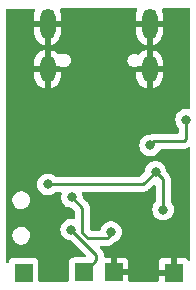
<source format=gbr>
%TF.GenerationSoftware,KiCad,Pcbnew,7.0.7*%
%TF.CreationDate,2023-09-27T10:33:14+01:00*%
%TF.ProjectId,tp4650+10a45,74703436-3530-42b3-9130-6134352e6b69,rev?*%
%TF.SameCoordinates,Original*%
%TF.FileFunction,Copper,L2,Bot*%
%TF.FilePolarity,Positive*%
%FSLAX46Y46*%
G04 Gerber Fmt 4.6, Leading zero omitted, Abs format (unit mm)*
G04 Created by KiCad (PCBNEW 7.0.7) date 2023-09-27 10:33:14*
%MOMM*%
%LPD*%
G01*
G04 APERTURE LIST*
%TA.AperFunction,ComponentPad*%
%ADD10R,1.500000X1.500000*%
%TD*%
%TA.AperFunction,ComponentPad*%
%ADD11O,1.300000X2.600000*%
%TD*%
%TA.AperFunction,ComponentPad*%
%ADD12O,1.300000X2.300000*%
%TD*%
%TA.AperFunction,ViaPad*%
%ADD13C,0.800000*%
%TD*%
%TA.AperFunction,Conductor*%
%ADD14C,0.250000*%
%TD*%
G04 APERTURE END LIST*
D10*
%TO.P,+,1,1*%
%TO.N,Net-(U1-V_OUT)*%
X131673600Y-97180400D03*
%TD*%
%TO.P,B+,1,1*%
%TO.N,Net-(SW1A-B)*%
X136753600Y-97155000D03*
%TD*%
%TO.P,-,1,1*%
%TO.N,GND*%
X144373600Y-97180400D03*
%TD*%
%TO.P,B-,1,1*%
%TO.N,GND*%
X139293600Y-97170240D03*
%TD*%
D11*
%TO.P,P1,S1,SHIELD*%
%TO.N,GND*%
X133703600Y-76116800D03*
D12*
X133703600Y-79941800D03*
D11*
X142343600Y-76116800D03*
D12*
X142343600Y-79941800D03*
%TD*%
D13*
%TO.N,Net-(SW1A-A)*%
X143484600Y-91846400D03*
X133731000Y-89712800D03*
X142849600Y-88646000D03*
%TO.N,GND*%
X134086600Y-94818200D03*
X136855200Y-83769200D03*
X132689600Y-84836000D03*
X142443200Y-84277200D03*
%TO.N,Net-(SW1A-B)*%
X135712200Y-93548200D03*
%TO.N,Net-(U2-~{CHRG})*%
X145440400Y-84226400D03*
X142392400Y-86410800D03*
%TO.N,Net-(SW1A-B)*%
X139090400Y-93751400D03*
X135763000Y-90792900D03*
%TD*%
D14*
%TO.N,Net-(SW1A-A)*%
X143484600Y-89281000D02*
X143484600Y-91846400D01*
X142849600Y-88646000D02*
X143484600Y-89281000D01*
X141782800Y-89712800D02*
X133731000Y-89712800D01*
X142849600Y-88646000D02*
X141782800Y-89712800D01*
%TO.N,Net-(SW1A-B)*%
X137838760Y-96095240D02*
X137838760Y-95674760D01*
X136753600Y-97180400D02*
X137838760Y-96095240D01*
X137838760Y-95674760D02*
X135712200Y-93548200D01*
%TO.N,Net-(U2-~{CHRG})*%
X145440400Y-85852000D02*
X145440400Y-84226400D01*
X142748000Y-86055200D02*
X145237200Y-86055200D01*
X142392400Y-86410800D02*
X142748000Y-86055200D01*
X145237200Y-86055200D02*
X145440400Y-85852000D01*
%TO.N,Net-(SW1A-B)*%
X136652000Y-91681900D02*
X136652000Y-93497400D01*
X139090400Y-93954600D02*
X139090400Y-93751400D01*
X136652000Y-93497400D02*
X136652000Y-93802200D01*
X137109200Y-94259400D02*
X138734800Y-94259400D01*
X135763000Y-90792900D02*
X136652000Y-91681900D01*
X138760200Y-94284800D02*
X139090400Y-93954600D01*
X136652000Y-93802200D02*
X137109200Y-94259400D01*
X138734800Y-94259400D02*
X138760200Y-94284800D01*
%TD*%
%TA.AperFunction,Conductor*%
%TO.N,GND*%
G36*
X145737775Y-74797791D02*
G01*
X145784443Y-74851295D01*
X145796000Y-74904010D01*
X145796000Y-83217591D01*
X145775998Y-83285712D01*
X145722342Y-83332205D01*
X145652068Y-83342309D01*
X145643803Y-83340838D01*
X145535887Y-83317900D01*
X145344913Y-83317900D01*
X145158111Y-83357606D01*
X144983647Y-83435282D01*
X144829144Y-83547535D01*
X144701365Y-83689448D01*
X144701358Y-83689458D01*
X144605876Y-83854838D01*
X144605873Y-83854845D01*
X144546857Y-84036472D01*
X144526896Y-84226399D01*
X144546857Y-84416327D01*
X144576926Y-84508870D01*
X144605873Y-84597956D01*
X144701360Y-84763344D01*
X144774537Y-84844615D01*
X144805253Y-84908620D01*
X144806900Y-84928924D01*
X144806900Y-85295700D01*
X144786898Y-85363821D01*
X144733242Y-85410314D01*
X144680900Y-85421700D01*
X142831849Y-85421700D01*
X142816010Y-85419951D01*
X142815983Y-85420245D01*
X142808091Y-85419499D01*
X142738060Y-85421700D01*
X142708144Y-85421700D01*
X142701172Y-85422579D01*
X142695265Y-85423044D01*
X142648110Y-85424526D01*
X142648105Y-85424527D01*
X142628660Y-85430177D01*
X142609302Y-85434186D01*
X142589210Y-85436724D01*
X142589202Y-85436726D01*
X142545336Y-85454093D01*
X142539721Y-85456016D01*
X142494407Y-85469182D01*
X142494402Y-85469184D01*
X142476963Y-85479497D01*
X142459222Y-85488188D01*
X142449090Y-85492200D01*
X142445938Y-85493448D01*
X142399547Y-85502300D01*
X142296913Y-85502300D01*
X142110111Y-85542006D01*
X141935647Y-85619682D01*
X141781144Y-85731935D01*
X141653365Y-85873848D01*
X141653358Y-85873858D01*
X141557876Y-86039238D01*
X141557873Y-86039245D01*
X141498857Y-86220872D01*
X141478896Y-86410800D01*
X141498857Y-86600727D01*
X141527005Y-86687354D01*
X141557873Y-86782356D01*
X141557876Y-86782361D01*
X141653358Y-86947741D01*
X141653365Y-86947751D01*
X141781144Y-87089664D01*
X141781147Y-87089666D01*
X141935648Y-87201918D01*
X142110112Y-87279594D01*
X142296913Y-87319300D01*
X142487887Y-87319300D01*
X142674688Y-87279594D01*
X142849152Y-87201918D01*
X143003653Y-87089666D01*
X143131440Y-86947744D01*
X143226927Y-86782356D01*
X143229069Y-86775761D01*
X143269145Y-86717156D01*
X143334542Y-86689521D01*
X143348902Y-86688700D01*
X145153347Y-86688700D01*
X145169188Y-86690449D01*
X145169216Y-86690156D01*
X145177102Y-86690900D01*
X145177109Y-86690902D01*
X145247158Y-86688700D01*
X145277056Y-86688700D01*
X145284018Y-86687819D01*
X145289919Y-86687354D01*
X145337089Y-86685873D01*
X145356547Y-86680219D01*
X145375894Y-86676213D01*
X145395997Y-86673674D01*
X145439879Y-86656299D01*
X145445474Y-86654383D01*
X145474016Y-86646091D01*
X145490791Y-86641219D01*
X145490795Y-86641217D01*
X145508226Y-86630908D01*
X145525980Y-86622209D01*
X145544817Y-86614752D01*
X145583001Y-86587008D01*
X145587939Y-86583765D01*
X145605865Y-86573164D01*
X145674683Y-86555707D01*
X145742013Y-86578227D01*
X145786480Y-86633573D01*
X145796000Y-86681620D01*
X145796000Y-96102363D01*
X145775998Y-96170484D01*
X145722342Y-96216977D01*
X145652068Y-96227081D01*
X145587488Y-96197587D01*
X145569132Y-96177873D01*
X145486502Y-96067494D01*
X145369565Y-95979955D01*
X145232693Y-95928905D01*
X145172197Y-95922400D01*
X144627600Y-95922400D01*
X144627600Y-96566366D01*
X144607598Y-96634487D01*
X144553942Y-96680980D01*
X144483669Y-96691083D01*
X144483668Y-96691083D01*
X144409368Y-96680400D01*
X144409363Y-96680400D01*
X144337837Y-96680400D01*
X144337831Y-96680400D01*
X144263532Y-96691083D01*
X144193258Y-96680980D01*
X144139602Y-96634487D01*
X144119600Y-96566366D01*
X144119600Y-95922400D01*
X143575002Y-95922400D01*
X143514506Y-95928905D01*
X143377635Y-95979955D01*
X143377634Y-95979955D01*
X143260695Y-96067495D01*
X143173155Y-96184434D01*
X143173155Y-96184435D01*
X143122105Y-96321306D01*
X143115600Y-96381802D01*
X143115600Y-96926400D01*
X143758756Y-96926400D01*
X143826877Y-96946402D01*
X143873370Y-97000058D01*
X143883474Y-97070332D01*
X143879653Y-97087896D01*
X143873600Y-97108511D01*
X143873600Y-97252288D01*
X143879653Y-97272904D01*
X143879652Y-97343900D01*
X143841267Y-97403626D01*
X143776686Y-97433118D01*
X143758756Y-97434400D01*
X143115600Y-97434400D01*
X143115600Y-97816400D01*
X143095598Y-97884521D01*
X143041942Y-97931014D01*
X142989600Y-97942400D01*
X140677600Y-97942400D01*
X140609479Y-97922398D01*
X140562986Y-97868742D01*
X140551600Y-97816400D01*
X140551600Y-97424240D01*
X139908444Y-97424240D01*
X139840323Y-97404238D01*
X139793830Y-97350582D01*
X139783726Y-97280308D01*
X139787547Y-97262744D01*
X139793600Y-97242128D01*
X139793600Y-97098351D01*
X139787547Y-97077736D01*
X139787548Y-97006740D01*
X139825933Y-96947014D01*
X139890514Y-96917522D01*
X139908444Y-96916240D01*
X140551600Y-96916240D01*
X140551600Y-96371649D01*
X140551599Y-96371642D01*
X140545094Y-96311146D01*
X140494044Y-96174275D01*
X140494044Y-96174274D01*
X140406504Y-96057335D01*
X140289565Y-95969795D01*
X140152693Y-95918745D01*
X140092197Y-95912240D01*
X139547600Y-95912240D01*
X139547600Y-96556206D01*
X139527598Y-96624327D01*
X139473942Y-96670820D01*
X139403669Y-96680923D01*
X139403668Y-96680923D01*
X139329368Y-96670240D01*
X139329363Y-96670240D01*
X139257837Y-96670240D01*
X139257831Y-96670240D01*
X139183532Y-96680923D01*
X139113258Y-96670820D01*
X139059602Y-96624327D01*
X139039600Y-96556206D01*
X139039600Y-95912240D01*
X138598260Y-95912240D01*
X138530139Y-95892238D01*
X138483646Y-95838582D01*
X138472260Y-95786240D01*
X138472260Y-95758613D01*
X138474009Y-95742771D01*
X138473716Y-95742744D01*
X138474460Y-95734858D01*
X138474462Y-95734851D01*
X138472260Y-95664802D01*
X138472260Y-95634904D01*
X138471379Y-95627938D01*
X138470915Y-95622042D01*
X138469433Y-95574871D01*
X138463782Y-95555424D01*
X138459772Y-95536060D01*
X138457234Y-95515963D01*
X138439857Y-95472074D01*
X138437943Y-95466483D01*
X138424778Y-95421167D01*
X138414466Y-95403730D01*
X138405770Y-95385981D01*
X138398312Y-95367143D01*
X138370572Y-95328963D01*
X138367324Y-95324018D01*
X138343302Y-95283398D01*
X138328974Y-95269070D01*
X138316144Y-95254049D01*
X138304232Y-95237653D01*
X138304229Y-95237651D01*
X138304229Y-95237650D01*
X138267867Y-95207568D01*
X138263486Y-95203582D01*
X138167899Y-95107995D01*
X138133873Y-95045683D01*
X138138938Y-94974868D01*
X138181485Y-94918032D01*
X138248005Y-94893221D01*
X138256994Y-94892900D01*
X138546633Y-94892900D01*
X138574210Y-94896824D01*
X138574224Y-94896741D01*
X138579537Y-94897582D01*
X138581783Y-94897902D01*
X138582055Y-94897981D01*
X138639480Y-94907075D01*
X138643338Y-94907811D01*
X138700109Y-94920502D01*
X138708334Y-94920243D01*
X138732016Y-94921732D01*
X138740143Y-94923020D01*
X138798032Y-94917546D01*
X138801962Y-94917299D01*
X138860089Y-94915473D01*
X138867989Y-94913177D01*
X138891289Y-94908732D01*
X138899492Y-94907957D01*
X138954224Y-94888252D01*
X138957935Y-94887045D01*
X139013793Y-94870818D01*
X139020883Y-94866624D01*
X139042337Y-94856529D01*
X139050089Y-94853739D01*
X139098183Y-94821052D01*
X139101512Y-94818940D01*
X139151562Y-94789342D01*
X139157385Y-94783518D01*
X139175658Y-94768401D01*
X139182471Y-94763772D01*
X139220946Y-94720129D01*
X139223606Y-94717296D01*
X139280288Y-94660614D01*
X139342598Y-94626590D01*
X139342938Y-94626517D01*
X139372688Y-94620194D01*
X139547152Y-94542518D01*
X139701653Y-94430266D01*
X139713604Y-94416993D01*
X139829434Y-94288351D01*
X139829435Y-94288349D01*
X139829440Y-94288344D01*
X139924927Y-94122956D01*
X139983942Y-93941328D01*
X140003904Y-93751400D01*
X139983942Y-93561472D01*
X139924927Y-93379844D01*
X139829440Y-93214456D01*
X139829438Y-93214454D01*
X139829434Y-93214448D01*
X139701655Y-93072535D01*
X139547152Y-92960282D01*
X139372688Y-92882606D01*
X139185887Y-92842900D01*
X138994913Y-92842900D01*
X138808111Y-92882606D01*
X138633647Y-92960282D01*
X138479144Y-93072535D01*
X138351365Y-93214448D01*
X138351358Y-93214458D01*
X138256036Y-93379561D01*
X138255873Y-93379844D01*
X138224641Y-93475967D01*
X138204213Y-93538837D01*
X138164139Y-93597442D01*
X138098743Y-93625079D01*
X138084380Y-93625900D01*
X137423795Y-93625900D01*
X137355674Y-93605898D01*
X137334700Y-93588995D01*
X137322405Y-93576700D01*
X137288379Y-93514388D01*
X137285500Y-93487605D01*
X137285500Y-91765753D01*
X137287249Y-91749911D01*
X137286956Y-91749884D01*
X137287702Y-91741991D01*
X137285500Y-91671928D01*
X137285500Y-91642050D01*
X137285500Y-91642044D01*
X137284620Y-91635082D01*
X137284156Y-91629193D01*
X137282674Y-91582011D01*
X137277017Y-91562542D01*
X137273012Y-91543198D01*
X137270474Y-91523103D01*
X137253100Y-91479222D01*
X137251181Y-91473616D01*
X137238018Y-91428307D01*
X137227706Y-91410870D01*
X137219010Y-91393121D01*
X137211552Y-91374283D01*
X137183812Y-91336103D01*
X137180564Y-91331158D01*
X137156542Y-91290538D01*
X137142214Y-91276210D01*
X137129384Y-91261189D01*
X137117472Y-91244793D01*
X137117469Y-91244791D01*
X137117469Y-91244790D01*
X137081113Y-91214713D01*
X137076721Y-91210717D01*
X136710120Y-90844115D01*
X136676095Y-90781803D01*
X136673908Y-90768206D01*
X136656542Y-90602972D01*
X136626734Y-90511236D01*
X136624707Y-90440269D01*
X136661369Y-90379471D01*
X136725081Y-90348146D01*
X136746568Y-90346300D01*
X141698947Y-90346300D01*
X141714788Y-90348049D01*
X141714816Y-90347756D01*
X141722702Y-90348500D01*
X141722709Y-90348502D01*
X141792758Y-90346300D01*
X141822656Y-90346300D01*
X141829618Y-90345419D01*
X141835519Y-90344954D01*
X141882689Y-90343473D01*
X141902147Y-90337819D01*
X141921494Y-90333813D01*
X141941597Y-90331274D01*
X141985479Y-90313899D01*
X141991074Y-90311983D01*
X142019616Y-90303691D01*
X142036391Y-90298819D01*
X142036395Y-90298817D01*
X142053826Y-90288508D01*
X142071580Y-90279809D01*
X142090417Y-90272352D01*
X142128586Y-90244618D01*
X142133544Y-90241362D01*
X142174162Y-90217342D01*
X142188485Y-90203018D01*
X142203524Y-90190174D01*
X142219907Y-90178272D01*
X142249988Y-90141908D01*
X142253978Y-90137525D01*
X142636005Y-89755499D01*
X142698317Y-89721474D01*
X142769133Y-89726539D01*
X142825968Y-89769086D01*
X142850779Y-89835607D01*
X142851100Y-89844595D01*
X142851100Y-91143874D01*
X142831098Y-91211995D01*
X142818737Y-91228184D01*
X142745557Y-91309459D01*
X142650076Y-91474838D01*
X142650073Y-91474845D01*
X142591057Y-91656472D01*
X142571096Y-91846400D01*
X142591057Y-92036327D01*
X142621126Y-92128870D01*
X142650073Y-92217956D01*
X142650076Y-92217961D01*
X142745558Y-92383341D01*
X142745565Y-92383351D01*
X142873344Y-92525264D01*
X142873347Y-92525266D01*
X143027848Y-92637518D01*
X143202312Y-92715194D01*
X143389113Y-92754900D01*
X143580087Y-92754900D01*
X143766888Y-92715194D01*
X143941352Y-92637518D01*
X144095853Y-92525266D01*
X144223640Y-92383344D01*
X144319127Y-92217956D01*
X144378142Y-92036328D01*
X144398104Y-91846400D01*
X144378142Y-91656472D01*
X144319127Y-91474844D01*
X144237642Y-91333708D01*
X144223642Y-91309459D01*
X144223641Y-91309458D01*
X144223640Y-91309456D01*
X144150463Y-91228184D01*
X144119746Y-91164176D01*
X144118100Y-91143874D01*
X144118100Y-89364854D01*
X144119849Y-89349012D01*
X144119556Y-89348985D01*
X144120300Y-89341099D01*
X144120302Y-89341092D01*
X144118100Y-89271028D01*
X144118100Y-89241144D01*
X144117220Y-89234182D01*
X144116756Y-89228293D01*
X144115274Y-89181111D01*
X144109620Y-89161652D01*
X144105612Y-89142297D01*
X144103074Y-89122203D01*
X144085703Y-89078329D01*
X144083789Y-89072740D01*
X144070619Y-89027407D01*
X144060303Y-89009964D01*
X144051605Y-88992209D01*
X144044152Y-88973383D01*
X144016418Y-88935210D01*
X144013158Y-88930247D01*
X143989142Y-88889638D01*
X143974814Y-88875310D01*
X143961984Y-88860289D01*
X143950072Y-88843893D01*
X143950069Y-88843891D01*
X143950069Y-88843890D01*
X143913713Y-88813813D01*
X143909321Y-88809817D01*
X143796721Y-88697216D01*
X143762695Y-88634904D01*
X143760508Y-88621306D01*
X143743142Y-88456072D01*
X143684127Y-88274444D01*
X143588640Y-88109056D01*
X143588638Y-88109054D01*
X143588634Y-88109048D01*
X143460855Y-87967135D01*
X143306352Y-87854882D01*
X143131888Y-87777206D01*
X142945087Y-87737500D01*
X142754113Y-87737500D01*
X142567311Y-87777206D01*
X142392847Y-87854882D01*
X142238344Y-87967135D01*
X142110565Y-88109048D01*
X142110558Y-88109058D01*
X142015076Y-88274438D01*
X142015073Y-88274445D01*
X141956057Y-88456072D01*
X141938693Y-88621290D01*
X141911680Y-88686947D01*
X141902479Y-88697215D01*
X141557300Y-89042395D01*
X141494987Y-89076420D01*
X141468204Y-89079300D01*
X134439200Y-89079300D01*
X134371079Y-89059298D01*
X134345563Y-89037610D01*
X134342252Y-89033933D01*
X134187752Y-88921682D01*
X134013288Y-88844006D01*
X133826487Y-88804300D01*
X133635513Y-88804300D01*
X133448711Y-88844006D01*
X133274247Y-88921682D01*
X133119744Y-89033935D01*
X132991965Y-89175848D01*
X132991958Y-89175858D01*
X132896476Y-89341238D01*
X132896473Y-89341245D01*
X132837457Y-89522872D01*
X132817496Y-89712800D01*
X132837457Y-89902727D01*
X132867526Y-89995270D01*
X132896473Y-90084356D01*
X132896476Y-90084361D01*
X132991958Y-90249741D01*
X132991965Y-90249751D01*
X133119744Y-90391664D01*
X133119747Y-90391666D01*
X133274248Y-90503918D01*
X133448712Y-90581594D01*
X133635513Y-90621300D01*
X133826487Y-90621300D01*
X134013288Y-90581594D01*
X134187752Y-90503918D01*
X134342253Y-90391666D01*
X134345562Y-90387990D01*
X134406009Y-90350750D01*
X134439200Y-90346300D01*
X134779432Y-90346300D01*
X134847553Y-90366302D01*
X134894046Y-90419958D01*
X134904150Y-90490232D01*
X134899265Y-90511237D01*
X134869457Y-90602972D01*
X134849496Y-90792899D01*
X134869457Y-90982827D01*
X134899526Y-91075370D01*
X134928473Y-91164456D01*
X134928476Y-91164461D01*
X135023958Y-91329841D01*
X135023965Y-91329851D01*
X135151744Y-91471764D01*
X135198891Y-91506018D01*
X135306248Y-91584018D01*
X135480712Y-91661694D01*
X135667513Y-91701400D01*
X135723404Y-91701400D01*
X135791525Y-91721402D01*
X135812499Y-91738304D01*
X135981595Y-91907399D01*
X136015620Y-91969711D01*
X136018500Y-91996495D01*
X136018500Y-92528912D01*
X135998498Y-92597033D01*
X135944842Y-92643526D01*
X135874568Y-92653630D01*
X135866303Y-92652159D01*
X135807688Y-92639700D01*
X135807687Y-92639700D01*
X135616713Y-92639700D01*
X135429911Y-92679406D01*
X135255447Y-92757082D01*
X135100944Y-92869335D01*
X134973165Y-93011248D01*
X134973158Y-93011258D01*
X134877676Y-93176638D01*
X134877673Y-93176645D01*
X134818657Y-93358272D01*
X134798696Y-93548199D01*
X134818657Y-93738127D01*
X134848726Y-93830670D01*
X134877673Y-93919756D01*
X134877676Y-93919761D01*
X134973158Y-94085141D01*
X134973165Y-94085151D01*
X135100944Y-94227064D01*
X135100947Y-94227066D01*
X135255448Y-94339318D01*
X135429912Y-94416994D01*
X135616713Y-94456700D01*
X135672606Y-94456700D01*
X135740727Y-94476702D01*
X135761701Y-94493605D01*
X136949500Y-95681405D01*
X136983526Y-95743717D01*
X136978461Y-95814533D01*
X136935914Y-95871368D01*
X136869394Y-95896179D01*
X136860405Y-95896500D01*
X135954950Y-95896500D01*
X135894403Y-95903009D01*
X135894395Y-95903011D01*
X135757397Y-95954110D01*
X135757392Y-95954112D01*
X135640338Y-96041738D01*
X135552712Y-96158792D01*
X135552710Y-96158797D01*
X135501611Y-96295795D01*
X135501609Y-96295803D01*
X135495100Y-96356350D01*
X135495100Y-97816400D01*
X135475098Y-97884521D01*
X135421442Y-97931014D01*
X135369100Y-97942400D01*
X133058100Y-97942400D01*
X132989979Y-97922398D01*
X132943486Y-97868742D01*
X132932100Y-97816400D01*
X132932100Y-96381767D01*
X132932099Y-96381750D01*
X132925590Y-96321203D01*
X132925588Y-96321195D01*
X132886321Y-96215918D01*
X132874489Y-96184196D01*
X132874488Y-96184194D01*
X132874487Y-96184192D01*
X132786861Y-96067138D01*
X132669807Y-95979512D01*
X132669802Y-95979510D01*
X132532804Y-95928411D01*
X132532796Y-95928409D01*
X132472249Y-95921900D01*
X132472238Y-95921900D01*
X130874962Y-95921900D01*
X130874950Y-95921900D01*
X130814403Y-95928409D01*
X130814395Y-95928411D01*
X130677397Y-95979510D01*
X130677392Y-95979512D01*
X130560338Y-96067138D01*
X130472712Y-96184192D01*
X130472710Y-96184197D01*
X130444455Y-96259951D01*
X130401908Y-96316787D01*
X130335388Y-96341597D01*
X130266014Y-96326505D01*
X130215812Y-96276302D01*
X130200400Y-96215918D01*
X130200400Y-94098735D01*
X130725469Y-94098735D01*
X130755935Y-94271511D01*
X130785184Y-94339318D01*
X130825424Y-94432607D01*
X130930187Y-94573327D01*
X130930189Y-94573328D01*
X130930190Y-94573330D01*
X130986040Y-94620194D01*
X131064584Y-94686101D01*
X131064586Y-94686102D01*
X131221367Y-94764840D01*
X131392079Y-94805300D01*
X131392081Y-94805300D01*
X131523512Y-94805300D01*
X131621418Y-94793855D01*
X131654055Y-94790041D01*
X131818917Y-94730037D01*
X131965496Y-94633630D01*
X132085892Y-94506018D01*
X132173612Y-94354081D01*
X132223930Y-94186010D01*
X132234131Y-94010865D01*
X132203665Y-93838089D01*
X132134177Y-93676996D01*
X132134176Y-93676995D01*
X132134175Y-93676992D01*
X132029412Y-93536272D01*
X131895015Y-93423498D01*
X131738234Y-93344760D01*
X131681328Y-93331273D01*
X131567521Y-93304300D01*
X131436091Y-93304300D01*
X131436088Y-93304300D01*
X131305545Y-93319558D01*
X131305543Y-93319559D01*
X131140687Y-93379561D01*
X131140674Y-93379568D01*
X130994106Y-93475967D01*
X130873709Y-93603580D01*
X130873706Y-93603584D01*
X130785988Y-93755517D01*
X130761268Y-93838087D01*
X130736817Y-93919761D01*
X130735670Y-93923591D01*
X130726261Y-94085144D01*
X130725469Y-94098735D01*
X130200400Y-94098735D01*
X130200400Y-91098735D01*
X130725469Y-91098735D01*
X130755935Y-91271511D01*
X130772303Y-91309456D01*
X130825424Y-91432607D01*
X130930187Y-91573327D01*
X130930189Y-91573328D01*
X130930190Y-91573330D01*
X130986068Y-91620217D01*
X131064584Y-91686101D01*
X131064586Y-91686102D01*
X131221367Y-91764840D01*
X131392079Y-91805300D01*
X131392081Y-91805300D01*
X131523512Y-91805300D01*
X131621418Y-91793855D01*
X131654055Y-91790041D01*
X131818917Y-91730037D01*
X131965496Y-91633630D01*
X132085892Y-91506018D01*
X132173612Y-91354081D01*
X132223930Y-91186010D01*
X132234131Y-91010865D01*
X132203665Y-90838089D01*
X132134177Y-90676996D01*
X132134176Y-90676995D01*
X132134175Y-90676992D01*
X132029412Y-90536272D01*
X131895015Y-90423498D01*
X131738234Y-90344760D01*
X131681328Y-90331273D01*
X131567521Y-90304300D01*
X131436091Y-90304300D01*
X131436088Y-90304300D01*
X131305545Y-90319558D01*
X131305543Y-90319559D01*
X131140687Y-90379561D01*
X131140674Y-90379568D01*
X130994106Y-90475967D01*
X130873709Y-90603580D01*
X130873706Y-90603584D01*
X130785988Y-90755517D01*
X130770029Y-90808825D01*
X130735670Y-90923590D01*
X130725469Y-91098735D01*
X130200400Y-91098735D01*
X130200400Y-80495340D01*
X132545599Y-80495340D01*
X132560440Y-80655488D01*
X132560440Y-80655492D01*
X132619170Y-80861909D01*
X132619173Y-80861915D01*
X132714827Y-81054015D01*
X132714831Y-81054020D01*
X132844162Y-81225283D01*
X133002759Y-81369863D01*
X133002760Y-81369864D01*
X133185212Y-81482833D01*
X133185228Y-81482841D01*
X133385333Y-81560363D01*
X133385336Y-81560364D01*
X133449600Y-81572377D01*
X133449600Y-80848288D01*
X133469602Y-80780167D01*
X133523258Y-80733674D01*
X133593532Y-80723570D01*
X133610064Y-80727094D01*
X133675440Y-80745695D01*
X133787121Y-80735346D01*
X133787123Y-80735344D01*
X133797116Y-80732502D01*
X133868110Y-80733097D01*
X133927513Y-80771980D01*
X133956463Y-80836805D01*
X133957600Y-80853691D01*
X133957600Y-81572377D01*
X134021863Y-81560364D01*
X134021866Y-81560363D01*
X134221971Y-81482841D01*
X134221987Y-81482833D01*
X134404439Y-81369864D01*
X134404440Y-81369863D01*
X134563037Y-81225283D01*
X134692368Y-81054020D01*
X134692372Y-81054015D01*
X134788026Y-80861915D01*
X134788029Y-80861909D01*
X134846759Y-80655492D01*
X134846759Y-80655488D01*
X134861600Y-80495340D01*
X134861600Y-80195800D01*
X134129600Y-80195800D01*
X134061479Y-80175798D01*
X134014986Y-80122142D01*
X134003600Y-80069800D01*
X134003600Y-79813800D01*
X134023602Y-79745679D01*
X134077258Y-79699186D01*
X134129600Y-79687800D01*
X134578321Y-79687800D01*
X134643787Y-79706142D01*
X134677218Y-79726472D01*
X134822935Y-79767300D01*
X134822937Y-79767300D01*
X135186258Y-79767300D01*
X135186271Y-79767299D01*
X135298515Y-79751871D01*
X135298516Y-79751870D01*
X135298520Y-79751870D01*
X135437320Y-79691580D01*
X135437321Y-79691578D01*
X135437323Y-79691578D01*
X135437325Y-79691576D01*
X135491081Y-79647842D01*
X135554708Y-79596078D01*
X135641977Y-79472447D01*
X135692654Y-79329856D01*
X135697793Y-79254721D01*
X140469219Y-79254721D01*
X140496441Y-79385720D01*
X140500009Y-79402888D01*
X140569628Y-79537245D01*
X140569630Y-79537248D01*
X140624575Y-79596080D01*
X140672920Y-79647844D01*
X140771517Y-79707802D01*
X140802218Y-79726472D01*
X140947933Y-79767300D01*
X140947935Y-79767300D01*
X141061258Y-79767300D01*
X141061271Y-79767299D01*
X141127345Y-79758216D01*
X141173520Y-79751870D01*
X141278793Y-79706143D01*
X141297006Y-79698232D01*
X141347205Y-79687800D01*
X141917600Y-79687800D01*
X141985721Y-79707802D01*
X142032214Y-79761458D01*
X142043600Y-79813800D01*
X142043600Y-80069800D01*
X142023598Y-80137921D01*
X141969942Y-80184414D01*
X141917600Y-80195800D01*
X141185600Y-80195800D01*
X141185600Y-80495340D01*
X141200440Y-80655488D01*
X141200440Y-80655492D01*
X141259170Y-80861909D01*
X141259173Y-80861915D01*
X141354827Y-81054015D01*
X141354831Y-81054020D01*
X141484162Y-81225283D01*
X141642759Y-81369863D01*
X141642760Y-81369864D01*
X141825212Y-81482833D01*
X141825228Y-81482841D01*
X142025333Y-81560363D01*
X142025336Y-81560364D01*
X142089600Y-81572377D01*
X142089600Y-80848288D01*
X142109602Y-80780167D01*
X142163258Y-80733674D01*
X142233532Y-80723570D01*
X142250064Y-80727094D01*
X142315440Y-80745695D01*
X142427121Y-80735346D01*
X142427123Y-80735344D01*
X142437116Y-80732502D01*
X142508110Y-80733097D01*
X142567513Y-80771980D01*
X142596463Y-80836805D01*
X142597600Y-80853691D01*
X142597600Y-81572377D01*
X142661863Y-81560364D01*
X142661866Y-81560363D01*
X142861971Y-81482841D01*
X142861987Y-81482833D01*
X143044439Y-81369864D01*
X143044440Y-81369863D01*
X143203037Y-81225283D01*
X143332368Y-81054020D01*
X143332372Y-81054015D01*
X143428026Y-80861915D01*
X143428029Y-80861909D01*
X143486759Y-80655492D01*
X143486759Y-80655488D01*
X143501600Y-80495340D01*
X143501600Y-80195800D01*
X142769600Y-80195800D01*
X142701479Y-80175798D01*
X142654986Y-80122142D01*
X142643600Y-80069800D01*
X142643600Y-79813800D01*
X142663602Y-79745679D01*
X142717258Y-79699186D01*
X142769600Y-79687800D01*
X143501600Y-79687800D01*
X143501600Y-79388259D01*
X143486759Y-79228111D01*
X143486759Y-79228107D01*
X143428029Y-79021690D01*
X143428026Y-79021684D01*
X143332372Y-78829584D01*
X143332368Y-78829579D01*
X143203037Y-78658316D01*
X143044440Y-78513736D01*
X143044439Y-78513735D01*
X142861987Y-78400766D01*
X142861971Y-78400758D01*
X142661860Y-78323234D01*
X142661858Y-78323233D01*
X142597600Y-78311220D01*
X142597600Y-79035311D01*
X142577598Y-79103432D01*
X142523942Y-79149925D01*
X142453668Y-79160029D01*
X142437119Y-79156501D01*
X142371758Y-79137904D01*
X142260079Y-79148253D01*
X142250078Y-79151099D01*
X142179084Y-79150501D01*
X142119684Y-79111615D01*
X142090736Y-79046788D01*
X142089600Y-79029908D01*
X142089600Y-78311220D01*
X142089599Y-78311220D01*
X142025341Y-78323233D01*
X142025339Y-78323234D01*
X141825228Y-78400758D01*
X141825212Y-78400766D01*
X141642760Y-78513735D01*
X141642759Y-78513736D01*
X141484162Y-78658316D01*
X141452294Y-78700516D01*
X141395279Y-78742823D01*
X141324443Y-78747590D01*
X141286276Y-78732239D01*
X141244983Y-78707128D01*
X141244984Y-78707128D01*
X141099267Y-78666300D01*
X141099265Y-78666300D01*
X140985942Y-78666300D01*
X140985928Y-78666300D01*
X140873684Y-78681728D01*
X140734876Y-78742021D01*
X140734874Y-78742023D01*
X140617494Y-78837519D01*
X140617491Y-78837522D01*
X140530223Y-78961151D01*
X140530221Y-78961156D01*
X140479546Y-79103742D01*
X140479545Y-79103748D01*
X140469219Y-79254719D01*
X140469219Y-79254721D01*
X135697793Y-79254721D01*
X135702981Y-79178879D01*
X135672192Y-79030715D01*
X135667512Y-79021684D01*
X135636148Y-78961153D01*
X135602571Y-78896353D01*
X135499280Y-78785756D01*
X135428680Y-78742823D01*
X135369981Y-78707127D01*
X135224267Y-78666300D01*
X135224265Y-78666300D01*
X134860942Y-78666300D01*
X134860928Y-78666300D01*
X134748688Y-78681728D01*
X134748676Y-78681731D01*
X134713178Y-78697150D01*
X134642727Y-78705943D01*
X134578708Y-78675251D01*
X134567044Y-78662540D01*
X134566959Y-78662618D01*
X134563039Y-78658317D01*
X134404440Y-78513736D01*
X134404439Y-78513735D01*
X134221987Y-78400766D01*
X134221971Y-78400758D01*
X134021860Y-78323234D01*
X134021858Y-78323233D01*
X133957600Y-78311220D01*
X133957600Y-79035311D01*
X133937598Y-79103432D01*
X133883942Y-79149925D01*
X133813668Y-79160029D01*
X133797119Y-79156501D01*
X133731758Y-79137904D01*
X133620079Y-79148253D01*
X133610078Y-79151099D01*
X133539084Y-79150501D01*
X133479684Y-79111615D01*
X133450736Y-79046788D01*
X133449600Y-79029908D01*
X133449600Y-78311220D01*
X133449599Y-78311220D01*
X133385341Y-78323233D01*
X133385339Y-78323234D01*
X133185228Y-78400758D01*
X133185212Y-78400766D01*
X133002760Y-78513735D01*
X133002759Y-78513736D01*
X132844162Y-78658316D01*
X132714831Y-78829579D01*
X132714827Y-78829584D01*
X132619173Y-79021684D01*
X132619170Y-79021690D01*
X132560440Y-79228107D01*
X132560440Y-79228111D01*
X132545599Y-79388259D01*
X132545600Y-79687800D01*
X133277600Y-79687800D01*
X133345721Y-79707802D01*
X133392214Y-79761458D01*
X133403600Y-79813800D01*
X133403600Y-80069800D01*
X133383598Y-80137921D01*
X133329942Y-80184414D01*
X133277600Y-80195800D01*
X132545600Y-80195800D01*
X132545599Y-80495340D01*
X130200400Y-80495340D01*
X130200400Y-74953989D01*
X130220402Y-74885868D01*
X130274058Y-74839375D01*
X130325985Y-74827990D01*
X132527738Y-74820819D01*
X132595920Y-74840598D01*
X132642588Y-74894102D01*
X132652920Y-74964342D01*
X132640936Y-75002980D01*
X132619170Y-75046691D01*
X132560440Y-75253107D01*
X132560440Y-75253111D01*
X132545599Y-75413259D01*
X132545600Y-75862800D01*
X133277600Y-75862800D01*
X133345721Y-75882802D01*
X133392214Y-75936458D01*
X133403600Y-75988800D01*
X133403600Y-76244800D01*
X133383598Y-76312921D01*
X133329942Y-76359414D01*
X133277600Y-76370800D01*
X132545600Y-76370800D01*
X132545599Y-76820340D01*
X132560440Y-76980488D01*
X132560440Y-76980492D01*
X132619170Y-77186909D01*
X132619173Y-77186915D01*
X132714827Y-77379015D01*
X132714831Y-77379020D01*
X132844162Y-77550283D01*
X133002759Y-77694863D01*
X133002760Y-77694864D01*
X133185212Y-77807833D01*
X133185228Y-77807841D01*
X133385334Y-77885364D01*
X133449599Y-77897377D01*
X133449599Y-77173288D01*
X133469601Y-77105167D01*
X133523257Y-77058674D01*
X133593531Y-77048570D01*
X133610070Y-77052095D01*
X133675440Y-77070695D01*
X133787121Y-77060346D01*
X133787123Y-77060344D01*
X133797116Y-77057502D01*
X133868110Y-77058097D01*
X133927513Y-77096980D01*
X133956463Y-77161805D01*
X133957600Y-77178691D01*
X133957600Y-77897377D01*
X134021863Y-77885364D01*
X134021866Y-77885363D01*
X134221971Y-77807841D01*
X134221987Y-77807833D01*
X134404439Y-77694864D01*
X134404440Y-77694863D01*
X134563037Y-77550283D01*
X134692368Y-77379020D01*
X134692372Y-77379015D01*
X134788026Y-77186915D01*
X134788029Y-77186909D01*
X134846759Y-76980492D01*
X134846759Y-76980488D01*
X134861600Y-76820340D01*
X134861600Y-76370800D01*
X134129600Y-76370800D01*
X134061479Y-76350798D01*
X134014986Y-76297142D01*
X134003600Y-76244800D01*
X134003600Y-75988800D01*
X134023602Y-75920679D01*
X134077258Y-75874186D01*
X134129600Y-75862800D01*
X134861600Y-75862800D01*
X134861600Y-75413259D01*
X134846759Y-75253111D01*
X134846759Y-75253107D01*
X134788029Y-75046692D01*
X134762457Y-74995335D01*
X134749999Y-74925440D01*
X134777305Y-74859905D01*
X134835708Y-74819537D01*
X134874832Y-74813173D01*
X141181774Y-74792630D01*
X141249956Y-74812409D01*
X141296624Y-74865913D01*
X141306956Y-74936153D01*
X141294972Y-74974790D01*
X141259171Y-75046688D01*
X141259170Y-75046690D01*
X141200440Y-75253107D01*
X141200440Y-75253111D01*
X141185600Y-75413259D01*
X141185600Y-75862800D01*
X141917600Y-75862800D01*
X141985721Y-75882802D01*
X142032214Y-75936458D01*
X142043600Y-75988800D01*
X142043600Y-76244800D01*
X142023598Y-76312921D01*
X141969942Y-76359414D01*
X141917600Y-76370800D01*
X141185600Y-76370800D01*
X141185600Y-76820340D01*
X141200440Y-76980488D01*
X141200440Y-76980492D01*
X141259170Y-77186909D01*
X141259173Y-77186915D01*
X141354827Y-77379015D01*
X141354831Y-77379020D01*
X141484162Y-77550283D01*
X141642759Y-77694863D01*
X141642760Y-77694864D01*
X141825212Y-77807833D01*
X141825228Y-77807841D01*
X142025333Y-77885363D01*
X142025336Y-77885364D01*
X142089600Y-77897377D01*
X142089600Y-77173288D01*
X142109602Y-77105167D01*
X142163258Y-77058674D01*
X142233532Y-77048570D01*
X142250064Y-77052094D01*
X142315440Y-77070695D01*
X142427121Y-77060346D01*
X142427123Y-77060344D01*
X142437116Y-77057502D01*
X142508110Y-77058097D01*
X142567513Y-77096980D01*
X142596463Y-77161805D01*
X142597600Y-77178691D01*
X142597600Y-77897377D01*
X142661863Y-77885364D01*
X142661866Y-77885363D01*
X142861971Y-77807841D01*
X142861987Y-77807833D01*
X143044439Y-77694864D01*
X143044440Y-77694863D01*
X143203037Y-77550283D01*
X143332368Y-77379020D01*
X143332372Y-77379015D01*
X143428026Y-77186915D01*
X143428029Y-77186909D01*
X143486759Y-76980492D01*
X143486759Y-76980488D01*
X143501600Y-76820340D01*
X143501600Y-76370800D01*
X142769600Y-76370800D01*
X142701479Y-76350798D01*
X142654986Y-76297142D01*
X142643600Y-76244800D01*
X142643600Y-75988800D01*
X142663602Y-75920679D01*
X142717258Y-75874186D01*
X142769600Y-75862800D01*
X143501600Y-75862800D01*
X143501600Y-75413259D01*
X143486759Y-75253111D01*
X143486759Y-75253107D01*
X143428029Y-75046690D01*
X143428026Y-75046684D01*
X143388467Y-74967238D01*
X143376007Y-74897344D01*
X143403314Y-74831808D01*
X143461717Y-74791440D01*
X143500846Y-74785076D01*
X145669592Y-74778011D01*
X145737775Y-74797791D01*
G37*
%TD.AperFunction*%
%TD*%
M02*

</source>
